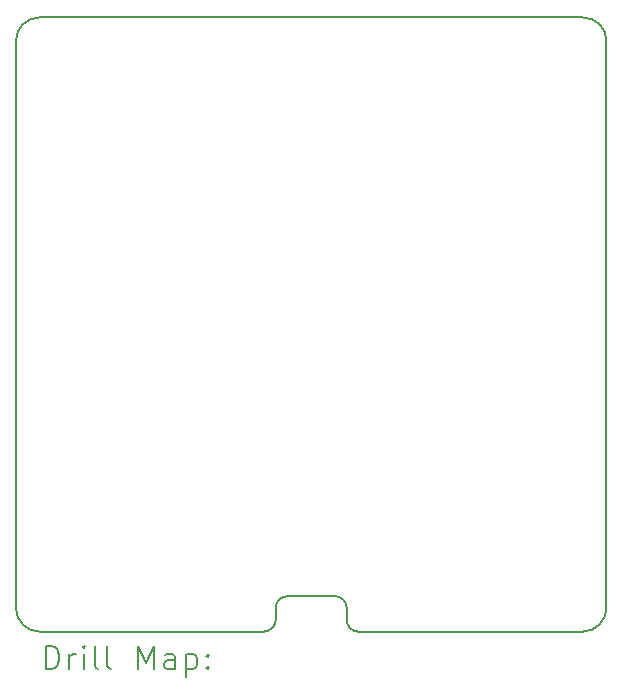
<source format=gbr>
%TF.GenerationSoftware,KiCad,Pcbnew,8.0.6*%
%TF.CreationDate,2025-10-07T20:56:46+05:30*%
%TF.ProjectId,tt-ecp5-cb,74742d65-6370-4352-9d63-622e6b696361,rev?*%
%TF.SameCoordinates,Original*%
%TF.FileFunction,Drillmap*%
%TF.FilePolarity,Positive*%
%FSLAX45Y45*%
G04 Gerber Fmt 4.5, Leading zero omitted, Abs format (unit mm)*
G04 Created by KiCad (PCBNEW 8.0.6) date 2025-10-07 20:56:46*
%MOMM*%
%LPD*%
G01*
G04 APERTURE LIST*
%ADD10C,0.180000*%
%ADD11C,0.200000*%
G04 APERTURE END LIST*
D10*
X9623900Y-11290000D02*
X9623900Y-6490000D01*
X9823900Y-6290000D02*
X14423900Y-6290000D01*
X11723900Y-11490000D02*
X9823900Y-11490000D01*
X11823900Y-11390000D02*
X11823900Y-11290000D01*
X11923900Y-11190000D02*
X12323900Y-11190000D01*
X12423900Y-11290000D02*
X12423900Y-11390000D01*
X14423900Y-11490000D02*
X12523900Y-11490000D01*
X14623900Y-6490000D02*
X14623900Y-11290000D01*
X9623900Y-6490000D02*
G75*
G02*
X9823900Y-6290000I200000J0D01*
G01*
X9823900Y-11490000D02*
G75*
G02*
X9623900Y-11290000I0J200000D01*
G01*
X11823900Y-11290000D02*
G75*
G02*
X11923900Y-11190000I100000J0D01*
G01*
X11823900Y-11390000D02*
G75*
G02*
X11723900Y-11490000I-100000J0D01*
G01*
X12323900Y-11190000D02*
G75*
G02*
X12423900Y-11290000I0J-100000D01*
G01*
X12523900Y-11490000D02*
G75*
G02*
X12423900Y-11390000I0J100000D01*
G01*
X14423900Y-6290000D02*
G75*
G02*
X14623900Y-6490000I0J-200000D01*
G01*
X14623900Y-11290000D02*
G75*
G02*
X14423900Y-11490000I-200000J0D01*
G01*
D11*
X9875677Y-11810484D02*
X9875677Y-11610484D01*
X9875677Y-11610484D02*
X9923296Y-11610484D01*
X9923296Y-11610484D02*
X9951867Y-11620008D01*
X9951867Y-11620008D02*
X9970915Y-11639055D01*
X9970915Y-11639055D02*
X9980439Y-11658103D01*
X9980439Y-11658103D02*
X9989963Y-11696198D01*
X9989963Y-11696198D02*
X9989963Y-11724769D01*
X9989963Y-11724769D02*
X9980439Y-11762865D01*
X9980439Y-11762865D02*
X9970915Y-11781912D01*
X9970915Y-11781912D02*
X9951867Y-11800960D01*
X9951867Y-11800960D02*
X9923296Y-11810484D01*
X9923296Y-11810484D02*
X9875677Y-11810484D01*
X10075677Y-11810484D02*
X10075677Y-11677150D01*
X10075677Y-11715246D02*
X10085201Y-11696198D01*
X10085201Y-11696198D02*
X10094724Y-11686674D01*
X10094724Y-11686674D02*
X10113772Y-11677150D01*
X10113772Y-11677150D02*
X10132820Y-11677150D01*
X10199486Y-11810484D02*
X10199486Y-11677150D01*
X10199486Y-11610484D02*
X10189963Y-11620008D01*
X10189963Y-11620008D02*
X10199486Y-11629531D01*
X10199486Y-11629531D02*
X10209010Y-11620008D01*
X10209010Y-11620008D02*
X10199486Y-11610484D01*
X10199486Y-11610484D02*
X10199486Y-11629531D01*
X10323296Y-11810484D02*
X10304248Y-11800960D01*
X10304248Y-11800960D02*
X10294724Y-11781912D01*
X10294724Y-11781912D02*
X10294724Y-11610484D01*
X10428058Y-11810484D02*
X10409010Y-11800960D01*
X10409010Y-11800960D02*
X10399486Y-11781912D01*
X10399486Y-11781912D02*
X10399486Y-11610484D01*
X10656629Y-11810484D02*
X10656629Y-11610484D01*
X10656629Y-11610484D02*
X10723296Y-11753341D01*
X10723296Y-11753341D02*
X10789963Y-11610484D01*
X10789963Y-11610484D02*
X10789963Y-11810484D01*
X10970915Y-11810484D02*
X10970915Y-11705722D01*
X10970915Y-11705722D02*
X10961391Y-11686674D01*
X10961391Y-11686674D02*
X10942344Y-11677150D01*
X10942344Y-11677150D02*
X10904248Y-11677150D01*
X10904248Y-11677150D02*
X10885201Y-11686674D01*
X10970915Y-11800960D02*
X10951867Y-11810484D01*
X10951867Y-11810484D02*
X10904248Y-11810484D01*
X10904248Y-11810484D02*
X10885201Y-11800960D01*
X10885201Y-11800960D02*
X10875677Y-11781912D01*
X10875677Y-11781912D02*
X10875677Y-11762865D01*
X10875677Y-11762865D02*
X10885201Y-11743817D01*
X10885201Y-11743817D02*
X10904248Y-11734293D01*
X10904248Y-11734293D02*
X10951867Y-11734293D01*
X10951867Y-11734293D02*
X10970915Y-11724769D01*
X11066153Y-11677150D02*
X11066153Y-11877150D01*
X11066153Y-11686674D02*
X11085201Y-11677150D01*
X11085201Y-11677150D02*
X11123296Y-11677150D01*
X11123296Y-11677150D02*
X11142344Y-11686674D01*
X11142344Y-11686674D02*
X11151867Y-11696198D01*
X11151867Y-11696198D02*
X11161391Y-11715246D01*
X11161391Y-11715246D02*
X11161391Y-11772388D01*
X11161391Y-11772388D02*
X11151867Y-11791436D01*
X11151867Y-11791436D02*
X11142344Y-11800960D01*
X11142344Y-11800960D02*
X11123296Y-11810484D01*
X11123296Y-11810484D02*
X11085201Y-11810484D01*
X11085201Y-11810484D02*
X11066153Y-11800960D01*
X11247105Y-11791436D02*
X11256629Y-11800960D01*
X11256629Y-11800960D02*
X11247105Y-11810484D01*
X11247105Y-11810484D02*
X11237582Y-11800960D01*
X11237582Y-11800960D02*
X11247105Y-11791436D01*
X11247105Y-11791436D02*
X11247105Y-11810484D01*
X11247105Y-11686674D02*
X11256629Y-11696198D01*
X11256629Y-11696198D02*
X11247105Y-11705722D01*
X11247105Y-11705722D02*
X11237582Y-11696198D01*
X11237582Y-11696198D02*
X11247105Y-11686674D01*
X11247105Y-11686674D02*
X11247105Y-11705722D01*
M02*

</source>
